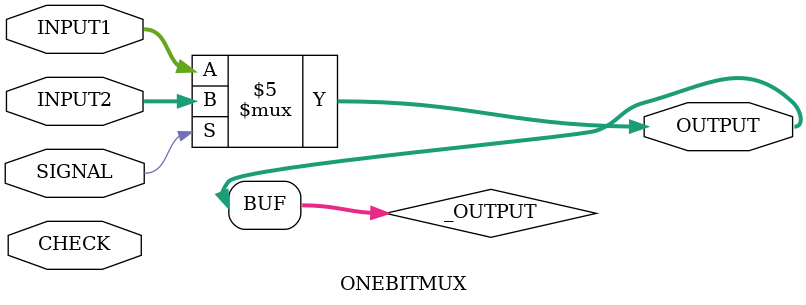
<source format=v>
module ONEBITMUX (

	input wire SIGNAL,
	input wire [31:0] INPUT1,
	input wire [31:0] INPUT2,
	input wire CHECK,

	output wire [31:0] OUTPUT

	);

	reg [31:0] _OUTPUT;
	assign OUTPUT = _OUTPUT;

	always@ (*) begin

		if (SIGNAL == 1'b0) begin
			_OUTPUT = INPUT1;
			if (CHECK==1) $display("input is : %b", INPUT1);
		end
		else begin
			_OUTPUT = INPUT2; //SIGNAL = 1
		end
	end

endmodule

</source>
